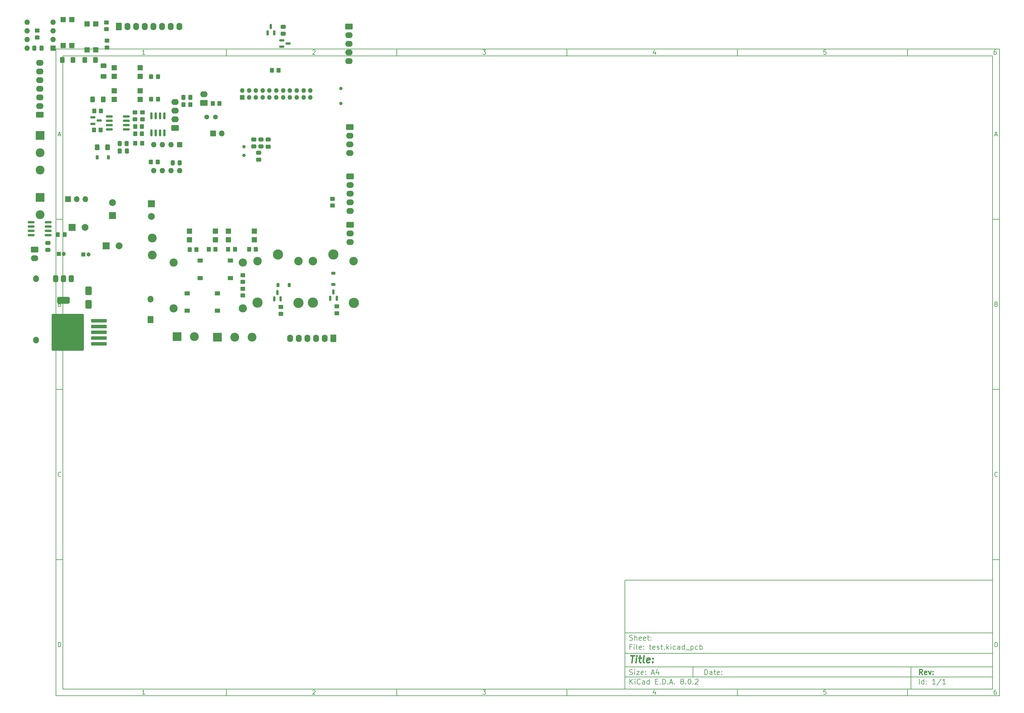
<source format=gbr>
%TF.GenerationSoftware,KiCad,Pcbnew,8.0.2-8.0.2-0~ubuntu22.04.1*%
%TF.CreationDate,2024-05-25T11:23:41+03:30*%
%TF.ProjectId,test,74657374-2e6b-4696-9361-645f70636258,rev?*%
%TF.SameCoordinates,Original*%
%TF.FileFunction,Soldermask,Bot*%
%TF.FilePolarity,Negative*%
%FSLAX46Y46*%
G04 Gerber Fmt 4.6, Leading zero omitted, Abs format (unit mm)*
G04 Created by KiCad (PCBNEW 8.0.2-8.0.2-0~ubuntu22.04.1) date 2024-05-25 11:23:41*
%MOMM*%
%LPD*%
G01*
G04 APERTURE LIST*
G04 Aperture macros list*
%AMRoundRect*
0 Rectangle with rounded corners*
0 $1 Rounding radius*
0 $2 $3 $4 $5 $6 $7 $8 $9 X,Y pos of 4 corners*
0 Add a 4 corners polygon primitive as box body*
4,1,4,$2,$3,$4,$5,$6,$7,$8,$9,$2,$3,0*
0 Add four circle primitives for the rounded corners*
1,1,$1+$1,$2,$3*
1,1,$1+$1,$4,$5*
1,1,$1+$1,$6,$7*
1,1,$1+$1,$8,$9*
0 Add four rect primitives between the rounded corners*
20,1,$1+$1,$2,$3,$4,$5,0*
20,1,$1+$1,$4,$5,$6,$7,0*
20,1,$1+$1,$6,$7,$8,$9,0*
20,1,$1+$1,$8,$9,$2,$3,0*%
G04 Aperture macros list end*
%ADD10C,0.100000*%
%ADD11C,0.150000*%
%ADD12C,0.300000*%
%ADD13C,0.400000*%
%ADD14C,3.000000*%
%ADD15C,2.500000*%
%ADD16R,2.000000X2.000000*%
%ADD17C,2.000000*%
%ADD18RoundRect,0.250000X0.845000X-0.620000X0.845000X0.620000X-0.845000X0.620000X-0.845000X-0.620000X0*%
%ADD19O,2.190000X1.740000*%
%ADD20R,1.700000X2.000000*%
%ADD21O,1.700000X2.000000*%
%ADD22RoundRect,0.250000X0.620000X0.845000X-0.620000X0.845000X-0.620000X-0.845000X0.620000X-0.845000X0*%
%ADD23O,1.740000X2.190000*%
%ADD24RoundRect,0.250000X-0.845000X0.620000X-0.845000X-0.620000X0.845000X-0.620000X0.845000X0.620000X0*%
%ADD25C,1.400000*%
%ADD26R,2.600000X2.600000*%
%ADD27C,2.600000*%
%ADD28C,2.400000*%
%ADD29O,2.400000X2.400000*%
%ADD30C,1.000000*%
%ADD31R,1.200000X1.200000*%
%ADD32C,1.200000*%
%ADD33R,1.600000X1.600000*%
%ADD34O,1.600000X1.600000*%
%ADD35R,1.700000X1.700000*%
%ADD36O,1.700000X1.700000*%
%ADD37RoundRect,0.250000X-0.620000X-0.845000X0.620000X-0.845000X0.620000X0.845000X-0.620000X0.845000X0*%
%ADD38R,1.350000X1.350000*%
%ADD39O,1.350000X1.350000*%
%ADD40RoundRect,0.375000X-0.375000X0.625000X-0.375000X-0.625000X0.375000X-0.625000X0.375000X0.625000X0*%
%ADD41RoundRect,0.500000X-1.400000X0.500000X-1.400000X-0.500000X1.400000X-0.500000X1.400000X0.500000X0*%
%ADD42RoundRect,0.250000X-0.450000X0.350000X-0.450000X-0.350000X0.450000X-0.350000X0.450000X0.350000X0*%
%ADD43RoundRect,0.150000X-0.587500X-0.150000X0.587500X-0.150000X0.587500X0.150000X-0.587500X0.150000X0*%
%ADD44RoundRect,0.250000X0.450000X-0.350000X0.450000X0.350000X-0.450000X0.350000X-0.450000X-0.350000X0*%
%ADD45R,1.500000X1.300000*%
%ADD46RoundRect,0.250000X-0.400000X-0.625000X0.400000X-0.625000X0.400000X0.625000X-0.400000X0.625000X0*%
%ADD47RoundRect,0.250000X0.350000X0.450000X-0.350000X0.450000X-0.350000X-0.450000X0.350000X-0.450000X0*%
%ADD48RoundRect,0.225000X-0.375000X0.225000X-0.375000X-0.225000X0.375000X-0.225000X0.375000X0.225000X0*%
%ADD49RoundRect,0.250000X0.337500X0.475000X-0.337500X0.475000X-0.337500X-0.475000X0.337500X-0.475000X0*%
%ADD50RoundRect,0.150000X0.150000X-0.587500X0.150000X0.587500X-0.150000X0.587500X-0.150000X-0.587500X0*%
%ADD51RoundRect,0.250000X0.475000X-0.337500X0.475000X0.337500X-0.475000X0.337500X-0.475000X-0.337500X0*%
%ADD52RoundRect,0.150000X-0.825000X-0.150000X0.825000X-0.150000X0.825000X0.150000X-0.825000X0.150000X0*%
%ADD53RoundRect,0.250000X-0.625000X0.400000X-0.625000X-0.400000X0.625000X-0.400000X0.625000X0.400000X0*%
%ADD54RoundRect,0.250000X2.050000X0.300000X-2.050000X0.300000X-2.050000X-0.300000X2.050000X-0.300000X0*%
%ADD55RoundRect,0.250002X4.449998X5.149998X-4.449998X5.149998X-4.449998X-5.149998X4.449998X-5.149998X0*%
%ADD56RoundRect,0.250000X-0.350000X-0.450000X0.350000X-0.450000X0.350000X0.450000X-0.350000X0.450000X0*%
%ADD57RoundRect,0.225000X0.225000X0.375000X-0.225000X0.375000X-0.225000X-0.375000X0.225000X-0.375000X0*%
%ADD58RoundRect,0.250000X0.400000X0.625000X-0.400000X0.625000X-0.400000X-0.625000X0.400000X-0.625000X0*%
%ADD59RoundRect,0.250000X-0.475000X0.337500X-0.475000X-0.337500X0.475000X-0.337500X0.475000X0.337500X0*%
%ADD60RoundRect,0.250000X-0.337500X-0.475000X0.337500X-0.475000X0.337500X0.475000X-0.337500X0.475000X0*%
%ADD61RoundRect,0.225000X-0.225000X-0.375000X0.225000X-0.375000X0.225000X0.375000X-0.225000X0.375000X0*%
%ADD62RoundRect,0.150000X-0.150000X0.825000X-0.150000X-0.825000X0.150000X-0.825000X0.150000X0.825000X0*%
%ADD63RoundRect,0.150000X0.825000X0.150000X-0.825000X0.150000X-0.825000X-0.150000X0.825000X-0.150000X0*%
%ADD64RoundRect,0.250000X0.650000X-1.000000X0.650000X1.000000X-0.650000X1.000000X-0.650000X-1.000000X0*%
G04 APERTURE END LIST*
D10*
D11*
X177002200Y-166007200D02*
X285002200Y-166007200D01*
X285002200Y-198007200D01*
X177002200Y-198007200D01*
X177002200Y-166007200D01*
D10*
D11*
X10000000Y-10000000D02*
X287002200Y-10000000D01*
X287002200Y-200007200D01*
X10000000Y-200007200D01*
X10000000Y-10000000D01*
D10*
D11*
X12000000Y-12000000D02*
X285002200Y-12000000D01*
X285002200Y-198007200D01*
X12000000Y-198007200D01*
X12000000Y-12000000D01*
D10*
D11*
X60000000Y-12000000D02*
X60000000Y-10000000D01*
D10*
D11*
X110000000Y-12000000D02*
X110000000Y-10000000D01*
D10*
D11*
X160000000Y-12000000D02*
X160000000Y-10000000D01*
D10*
D11*
X210000000Y-12000000D02*
X210000000Y-10000000D01*
D10*
D11*
X260000000Y-12000000D02*
X260000000Y-10000000D01*
D10*
D11*
X36089160Y-11593604D02*
X35346303Y-11593604D01*
X35717731Y-11593604D02*
X35717731Y-10293604D01*
X35717731Y-10293604D02*
X35593922Y-10479319D01*
X35593922Y-10479319D02*
X35470112Y-10603128D01*
X35470112Y-10603128D02*
X35346303Y-10665033D01*
D10*
D11*
X85346303Y-10417414D02*
X85408207Y-10355509D01*
X85408207Y-10355509D02*
X85532017Y-10293604D01*
X85532017Y-10293604D02*
X85841541Y-10293604D01*
X85841541Y-10293604D02*
X85965350Y-10355509D01*
X85965350Y-10355509D02*
X86027255Y-10417414D01*
X86027255Y-10417414D02*
X86089160Y-10541223D01*
X86089160Y-10541223D02*
X86089160Y-10665033D01*
X86089160Y-10665033D02*
X86027255Y-10850747D01*
X86027255Y-10850747D02*
X85284398Y-11593604D01*
X85284398Y-11593604D02*
X86089160Y-11593604D01*
D10*
D11*
X135284398Y-10293604D02*
X136089160Y-10293604D01*
X136089160Y-10293604D02*
X135655826Y-10788842D01*
X135655826Y-10788842D02*
X135841541Y-10788842D01*
X135841541Y-10788842D02*
X135965350Y-10850747D01*
X135965350Y-10850747D02*
X136027255Y-10912652D01*
X136027255Y-10912652D02*
X136089160Y-11036461D01*
X136089160Y-11036461D02*
X136089160Y-11345985D01*
X136089160Y-11345985D02*
X136027255Y-11469795D01*
X136027255Y-11469795D02*
X135965350Y-11531700D01*
X135965350Y-11531700D02*
X135841541Y-11593604D01*
X135841541Y-11593604D02*
X135470112Y-11593604D01*
X135470112Y-11593604D02*
X135346303Y-11531700D01*
X135346303Y-11531700D02*
X135284398Y-11469795D01*
D10*
D11*
X185965350Y-10726938D02*
X185965350Y-11593604D01*
X185655826Y-10231700D02*
X185346303Y-11160271D01*
X185346303Y-11160271D02*
X186151064Y-11160271D01*
D10*
D11*
X236027255Y-10293604D02*
X235408207Y-10293604D01*
X235408207Y-10293604D02*
X235346303Y-10912652D01*
X235346303Y-10912652D02*
X235408207Y-10850747D01*
X235408207Y-10850747D02*
X235532017Y-10788842D01*
X235532017Y-10788842D02*
X235841541Y-10788842D01*
X235841541Y-10788842D02*
X235965350Y-10850747D01*
X235965350Y-10850747D02*
X236027255Y-10912652D01*
X236027255Y-10912652D02*
X236089160Y-11036461D01*
X236089160Y-11036461D02*
X236089160Y-11345985D01*
X236089160Y-11345985D02*
X236027255Y-11469795D01*
X236027255Y-11469795D02*
X235965350Y-11531700D01*
X235965350Y-11531700D02*
X235841541Y-11593604D01*
X235841541Y-11593604D02*
X235532017Y-11593604D01*
X235532017Y-11593604D02*
X235408207Y-11531700D01*
X235408207Y-11531700D02*
X235346303Y-11469795D01*
D10*
D11*
X285965350Y-10293604D02*
X285717731Y-10293604D01*
X285717731Y-10293604D02*
X285593922Y-10355509D01*
X285593922Y-10355509D02*
X285532017Y-10417414D01*
X285532017Y-10417414D02*
X285408207Y-10603128D01*
X285408207Y-10603128D02*
X285346303Y-10850747D01*
X285346303Y-10850747D02*
X285346303Y-11345985D01*
X285346303Y-11345985D02*
X285408207Y-11469795D01*
X285408207Y-11469795D02*
X285470112Y-11531700D01*
X285470112Y-11531700D02*
X285593922Y-11593604D01*
X285593922Y-11593604D02*
X285841541Y-11593604D01*
X285841541Y-11593604D02*
X285965350Y-11531700D01*
X285965350Y-11531700D02*
X286027255Y-11469795D01*
X286027255Y-11469795D02*
X286089160Y-11345985D01*
X286089160Y-11345985D02*
X286089160Y-11036461D01*
X286089160Y-11036461D02*
X286027255Y-10912652D01*
X286027255Y-10912652D02*
X285965350Y-10850747D01*
X285965350Y-10850747D02*
X285841541Y-10788842D01*
X285841541Y-10788842D02*
X285593922Y-10788842D01*
X285593922Y-10788842D02*
X285470112Y-10850747D01*
X285470112Y-10850747D02*
X285408207Y-10912652D01*
X285408207Y-10912652D02*
X285346303Y-11036461D01*
D10*
D11*
X60000000Y-198007200D02*
X60000000Y-200007200D01*
D10*
D11*
X110000000Y-198007200D02*
X110000000Y-200007200D01*
D10*
D11*
X160000000Y-198007200D02*
X160000000Y-200007200D01*
D10*
D11*
X210000000Y-198007200D02*
X210000000Y-200007200D01*
D10*
D11*
X260000000Y-198007200D02*
X260000000Y-200007200D01*
D10*
D11*
X36089160Y-199600804D02*
X35346303Y-199600804D01*
X35717731Y-199600804D02*
X35717731Y-198300804D01*
X35717731Y-198300804D02*
X35593922Y-198486519D01*
X35593922Y-198486519D02*
X35470112Y-198610328D01*
X35470112Y-198610328D02*
X35346303Y-198672233D01*
D10*
D11*
X85346303Y-198424614D02*
X85408207Y-198362709D01*
X85408207Y-198362709D02*
X85532017Y-198300804D01*
X85532017Y-198300804D02*
X85841541Y-198300804D01*
X85841541Y-198300804D02*
X85965350Y-198362709D01*
X85965350Y-198362709D02*
X86027255Y-198424614D01*
X86027255Y-198424614D02*
X86089160Y-198548423D01*
X86089160Y-198548423D02*
X86089160Y-198672233D01*
X86089160Y-198672233D02*
X86027255Y-198857947D01*
X86027255Y-198857947D02*
X85284398Y-199600804D01*
X85284398Y-199600804D02*
X86089160Y-199600804D01*
D10*
D11*
X135284398Y-198300804D02*
X136089160Y-198300804D01*
X136089160Y-198300804D02*
X135655826Y-198796042D01*
X135655826Y-198796042D02*
X135841541Y-198796042D01*
X135841541Y-198796042D02*
X135965350Y-198857947D01*
X135965350Y-198857947D02*
X136027255Y-198919852D01*
X136027255Y-198919852D02*
X136089160Y-199043661D01*
X136089160Y-199043661D02*
X136089160Y-199353185D01*
X136089160Y-199353185D02*
X136027255Y-199476995D01*
X136027255Y-199476995D02*
X135965350Y-199538900D01*
X135965350Y-199538900D02*
X135841541Y-199600804D01*
X135841541Y-199600804D02*
X135470112Y-199600804D01*
X135470112Y-199600804D02*
X135346303Y-199538900D01*
X135346303Y-199538900D02*
X135284398Y-199476995D01*
D10*
D11*
X185965350Y-198734138D02*
X185965350Y-199600804D01*
X185655826Y-198238900D02*
X185346303Y-199167471D01*
X185346303Y-199167471D02*
X186151064Y-199167471D01*
D10*
D11*
X236027255Y-198300804D02*
X235408207Y-198300804D01*
X235408207Y-198300804D02*
X235346303Y-198919852D01*
X235346303Y-198919852D02*
X235408207Y-198857947D01*
X235408207Y-198857947D02*
X235532017Y-198796042D01*
X235532017Y-198796042D02*
X235841541Y-198796042D01*
X235841541Y-198796042D02*
X235965350Y-198857947D01*
X235965350Y-198857947D02*
X236027255Y-198919852D01*
X236027255Y-198919852D02*
X236089160Y-199043661D01*
X236089160Y-199043661D02*
X236089160Y-199353185D01*
X236089160Y-199353185D02*
X236027255Y-199476995D01*
X236027255Y-199476995D02*
X235965350Y-199538900D01*
X235965350Y-199538900D02*
X235841541Y-199600804D01*
X235841541Y-199600804D02*
X235532017Y-199600804D01*
X235532017Y-199600804D02*
X235408207Y-199538900D01*
X235408207Y-199538900D02*
X235346303Y-199476995D01*
D10*
D11*
X285965350Y-198300804D02*
X285717731Y-198300804D01*
X285717731Y-198300804D02*
X285593922Y-198362709D01*
X285593922Y-198362709D02*
X285532017Y-198424614D01*
X285532017Y-198424614D02*
X285408207Y-198610328D01*
X285408207Y-198610328D02*
X285346303Y-198857947D01*
X285346303Y-198857947D02*
X285346303Y-199353185D01*
X285346303Y-199353185D02*
X285408207Y-199476995D01*
X285408207Y-199476995D02*
X285470112Y-199538900D01*
X285470112Y-199538900D02*
X285593922Y-199600804D01*
X285593922Y-199600804D02*
X285841541Y-199600804D01*
X285841541Y-199600804D02*
X285965350Y-199538900D01*
X285965350Y-199538900D02*
X286027255Y-199476995D01*
X286027255Y-199476995D02*
X286089160Y-199353185D01*
X286089160Y-199353185D02*
X286089160Y-199043661D01*
X286089160Y-199043661D02*
X286027255Y-198919852D01*
X286027255Y-198919852D02*
X285965350Y-198857947D01*
X285965350Y-198857947D02*
X285841541Y-198796042D01*
X285841541Y-198796042D02*
X285593922Y-198796042D01*
X285593922Y-198796042D02*
X285470112Y-198857947D01*
X285470112Y-198857947D02*
X285408207Y-198919852D01*
X285408207Y-198919852D02*
X285346303Y-199043661D01*
D10*
D11*
X10000000Y-60000000D02*
X12000000Y-60000000D01*
D10*
D11*
X10000000Y-110000000D02*
X12000000Y-110000000D01*
D10*
D11*
X10000000Y-160000000D02*
X12000000Y-160000000D01*
D10*
D11*
X10690476Y-35222176D02*
X11309523Y-35222176D01*
X10566666Y-35593604D02*
X10999999Y-34293604D01*
X10999999Y-34293604D02*
X11433333Y-35593604D01*
D10*
D11*
X11092857Y-84912652D02*
X11278571Y-84974557D01*
X11278571Y-84974557D02*
X11340476Y-85036461D01*
X11340476Y-85036461D02*
X11402380Y-85160271D01*
X11402380Y-85160271D02*
X11402380Y-85345985D01*
X11402380Y-85345985D02*
X11340476Y-85469795D01*
X11340476Y-85469795D02*
X11278571Y-85531700D01*
X11278571Y-85531700D02*
X11154761Y-85593604D01*
X11154761Y-85593604D02*
X10659523Y-85593604D01*
X10659523Y-85593604D02*
X10659523Y-84293604D01*
X10659523Y-84293604D02*
X11092857Y-84293604D01*
X11092857Y-84293604D02*
X11216666Y-84355509D01*
X11216666Y-84355509D02*
X11278571Y-84417414D01*
X11278571Y-84417414D02*
X11340476Y-84541223D01*
X11340476Y-84541223D02*
X11340476Y-84665033D01*
X11340476Y-84665033D02*
X11278571Y-84788842D01*
X11278571Y-84788842D02*
X11216666Y-84850747D01*
X11216666Y-84850747D02*
X11092857Y-84912652D01*
X11092857Y-84912652D02*
X10659523Y-84912652D01*
D10*
D11*
X11402380Y-135469795D02*
X11340476Y-135531700D01*
X11340476Y-135531700D02*
X11154761Y-135593604D01*
X11154761Y-135593604D02*
X11030952Y-135593604D01*
X11030952Y-135593604D02*
X10845238Y-135531700D01*
X10845238Y-135531700D02*
X10721428Y-135407890D01*
X10721428Y-135407890D02*
X10659523Y-135284080D01*
X10659523Y-135284080D02*
X10597619Y-135036461D01*
X10597619Y-135036461D02*
X10597619Y-134850747D01*
X10597619Y-134850747D02*
X10659523Y-134603128D01*
X10659523Y-134603128D02*
X10721428Y-134479319D01*
X10721428Y-134479319D02*
X10845238Y-134355509D01*
X10845238Y-134355509D02*
X11030952Y-134293604D01*
X11030952Y-134293604D02*
X11154761Y-134293604D01*
X11154761Y-134293604D02*
X11340476Y-134355509D01*
X11340476Y-134355509D02*
X11402380Y-134417414D01*
D10*
D11*
X10659523Y-185593604D02*
X10659523Y-184293604D01*
X10659523Y-184293604D02*
X10969047Y-184293604D01*
X10969047Y-184293604D02*
X11154761Y-184355509D01*
X11154761Y-184355509D02*
X11278571Y-184479319D01*
X11278571Y-184479319D02*
X11340476Y-184603128D01*
X11340476Y-184603128D02*
X11402380Y-184850747D01*
X11402380Y-184850747D02*
X11402380Y-185036461D01*
X11402380Y-185036461D02*
X11340476Y-185284080D01*
X11340476Y-185284080D02*
X11278571Y-185407890D01*
X11278571Y-185407890D02*
X11154761Y-185531700D01*
X11154761Y-185531700D02*
X10969047Y-185593604D01*
X10969047Y-185593604D02*
X10659523Y-185593604D01*
D10*
D11*
X287002200Y-60000000D02*
X285002200Y-60000000D01*
D10*
D11*
X287002200Y-110000000D02*
X285002200Y-110000000D01*
D10*
D11*
X287002200Y-160000000D02*
X285002200Y-160000000D01*
D10*
D11*
X285692676Y-35222176D02*
X286311723Y-35222176D01*
X285568866Y-35593604D02*
X286002199Y-34293604D01*
X286002199Y-34293604D02*
X286435533Y-35593604D01*
D10*
D11*
X286095057Y-84912652D02*
X286280771Y-84974557D01*
X286280771Y-84974557D02*
X286342676Y-85036461D01*
X286342676Y-85036461D02*
X286404580Y-85160271D01*
X286404580Y-85160271D02*
X286404580Y-85345985D01*
X286404580Y-85345985D02*
X286342676Y-85469795D01*
X286342676Y-85469795D02*
X286280771Y-85531700D01*
X286280771Y-85531700D02*
X286156961Y-85593604D01*
X286156961Y-85593604D02*
X285661723Y-85593604D01*
X285661723Y-85593604D02*
X285661723Y-84293604D01*
X285661723Y-84293604D02*
X286095057Y-84293604D01*
X286095057Y-84293604D02*
X286218866Y-84355509D01*
X286218866Y-84355509D02*
X286280771Y-84417414D01*
X286280771Y-84417414D02*
X286342676Y-84541223D01*
X286342676Y-84541223D02*
X286342676Y-84665033D01*
X286342676Y-84665033D02*
X286280771Y-84788842D01*
X286280771Y-84788842D02*
X286218866Y-84850747D01*
X286218866Y-84850747D02*
X286095057Y-84912652D01*
X286095057Y-84912652D02*
X285661723Y-84912652D01*
D10*
D11*
X286404580Y-135469795D02*
X286342676Y-135531700D01*
X286342676Y-135531700D02*
X286156961Y-135593604D01*
X286156961Y-135593604D02*
X286033152Y-135593604D01*
X286033152Y-135593604D02*
X285847438Y-135531700D01*
X285847438Y-135531700D02*
X285723628Y-135407890D01*
X285723628Y-135407890D02*
X285661723Y-135284080D01*
X285661723Y-135284080D02*
X285599819Y-135036461D01*
X285599819Y-135036461D02*
X285599819Y-134850747D01*
X285599819Y-134850747D02*
X285661723Y-134603128D01*
X285661723Y-134603128D02*
X285723628Y-134479319D01*
X285723628Y-134479319D02*
X285847438Y-134355509D01*
X285847438Y-134355509D02*
X286033152Y-134293604D01*
X286033152Y-134293604D02*
X286156961Y-134293604D01*
X286156961Y-134293604D02*
X286342676Y-134355509D01*
X286342676Y-134355509D02*
X286404580Y-134417414D01*
D10*
D11*
X285661723Y-185593604D02*
X285661723Y-184293604D01*
X285661723Y-184293604D02*
X285971247Y-184293604D01*
X285971247Y-184293604D02*
X286156961Y-184355509D01*
X286156961Y-184355509D02*
X286280771Y-184479319D01*
X286280771Y-184479319D02*
X286342676Y-184603128D01*
X286342676Y-184603128D02*
X286404580Y-184850747D01*
X286404580Y-184850747D02*
X286404580Y-185036461D01*
X286404580Y-185036461D02*
X286342676Y-185284080D01*
X286342676Y-185284080D02*
X286280771Y-185407890D01*
X286280771Y-185407890D02*
X286156961Y-185531700D01*
X286156961Y-185531700D02*
X285971247Y-185593604D01*
X285971247Y-185593604D02*
X285661723Y-185593604D01*
D10*
D11*
X200458026Y-193793328D02*
X200458026Y-192293328D01*
X200458026Y-192293328D02*
X200815169Y-192293328D01*
X200815169Y-192293328D02*
X201029455Y-192364757D01*
X201029455Y-192364757D02*
X201172312Y-192507614D01*
X201172312Y-192507614D02*
X201243741Y-192650471D01*
X201243741Y-192650471D02*
X201315169Y-192936185D01*
X201315169Y-192936185D02*
X201315169Y-193150471D01*
X201315169Y-193150471D02*
X201243741Y-193436185D01*
X201243741Y-193436185D02*
X201172312Y-193579042D01*
X201172312Y-193579042D02*
X201029455Y-193721900D01*
X201029455Y-193721900D02*
X200815169Y-193793328D01*
X200815169Y-193793328D02*
X200458026Y-193793328D01*
X202600884Y-193793328D02*
X202600884Y-193007614D01*
X202600884Y-193007614D02*
X202529455Y-192864757D01*
X202529455Y-192864757D02*
X202386598Y-192793328D01*
X202386598Y-192793328D02*
X202100884Y-192793328D01*
X202100884Y-192793328D02*
X201958026Y-192864757D01*
X202600884Y-193721900D02*
X202458026Y-193793328D01*
X202458026Y-193793328D02*
X202100884Y-193793328D01*
X202100884Y-193793328D02*
X201958026Y-193721900D01*
X201958026Y-193721900D02*
X201886598Y-193579042D01*
X201886598Y-193579042D02*
X201886598Y-193436185D01*
X201886598Y-193436185D02*
X201958026Y-193293328D01*
X201958026Y-193293328D02*
X202100884Y-193221900D01*
X202100884Y-193221900D02*
X202458026Y-193221900D01*
X202458026Y-193221900D02*
X202600884Y-193150471D01*
X203100884Y-192793328D02*
X203672312Y-192793328D01*
X203315169Y-192293328D02*
X203315169Y-193579042D01*
X203315169Y-193579042D02*
X203386598Y-193721900D01*
X203386598Y-193721900D02*
X203529455Y-193793328D01*
X203529455Y-193793328D02*
X203672312Y-193793328D01*
X204743741Y-193721900D02*
X204600884Y-193793328D01*
X204600884Y-193793328D02*
X204315170Y-193793328D01*
X204315170Y-193793328D02*
X204172312Y-193721900D01*
X204172312Y-193721900D02*
X204100884Y-193579042D01*
X204100884Y-193579042D02*
X204100884Y-193007614D01*
X204100884Y-193007614D02*
X204172312Y-192864757D01*
X204172312Y-192864757D02*
X204315170Y-192793328D01*
X204315170Y-192793328D02*
X204600884Y-192793328D01*
X204600884Y-192793328D02*
X204743741Y-192864757D01*
X204743741Y-192864757D02*
X204815170Y-193007614D01*
X204815170Y-193007614D02*
X204815170Y-193150471D01*
X204815170Y-193150471D02*
X204100884Y-193293328D01*
X205458026Y-193650471D02*
X205529455Y-193721900D01*
X205529455Y-193721900D02*
X205458026Y-193793328D01*
X205458026Y-193793328D02*
X205386598Y-193721900D01*
X205386598Y-193721900D02*
X205458026Y-193650471D01*
X205458026Y-193650471D02*
X205458026Y-193793328D01*
X205458026Y-192864757D02*
X205529455Y-192936185D01*
X205529455Y-192936185D02*
X205458026Y-193007614D01*
X205458026Y-193007614D02*
X205386598Y-192936185D01*
X205386598Y-192936185D02*
X205458026Y-192864757D01*
X205458026Y-192864757D02*
X205458026Y-193007614D01*
D10*
D11*
X177002200Y-194507200D02*
X285002200Y-194507200D01*
D10*
D11*
X178458026Y-196593328D02*
X178458026Y-195093328D01*
X179315169Y-196593328D02*
X178672312Y-195736185D01*
X179315169Y-195093328D02*
X178458026Y-195950471D01*
X179958026Y-196593328D02*
X179958026Y-195593328D01*
X179958026Y-195093328D02*
X179886598Y-195164757D01*
X179886598Y-195164757D02*
X179958026Y-195236185D01*
X179958026Y-195236185D02*
X180029455Y-195164757D01*
X180029455Y-195164757D02*
X179958026Y-195093328D01*
X179958026Y-195093328D02*
X179958026Y-195236185D01*
X181529455Y-196450471D02*
X181458027Y-196521900D01*
X181458027Y-196521900D02*
X181243741Y-196593328D01*
X181243741Y-196593328D02*
X181100884Y-196593328D01*
X181100884Y-196593328D02*
X180886598Y-196521900D01*
X180886598Y-196521900D02*
X180743741Y-196379042D01*
X180743741Y-196379042D02*
X180672312Y-196236185D01*
X180672312Y-196236185D02*
X180600884Y-195950471D01*
X180600884Y-195950471D02*
X180600884Y-195736185D01*
X180600884Y-195736185D02*
X180672312Y-195450471D01*
X180672312Y-195450471D02*
X180743741Y-195307614D01*
X180743741Y-195307614D02*
X180886598Y-195164757D01*
X180886598Y-195164757D02*
X181100884Y-195093328D01*
X181100884Y-195093328D02*
X181243741Y-195093328D01*
X181243741Y-195093328D02*
X181458027Y-195164757D01*
X181458027Y-195164757D02*
X181529455Y-195236185D01*
X182815170Y-196593328D02*
X182815170Y-195807614D01*
X182815170Y-195807614D02*
X182743741Y-195664757D01*
X182743741Y-195664757D02*
X182600884Y-195593328D01*
X182600884Y-195593328D02*
X182315170Y-195593328D01*
X182315170Y-195593328D02*
X182172312Y-195664757D01*
X182815170Y-196521900D02*
X182672312Y-196593328D01*
X182672312Y-196593328D02*
X182315170Y-196593328D01*
X182315170Y-196593328D02*
X182172312Y-196521900D01*
X182172312Y-196521900D02*
X182100884Y-196379042D01*
X182100884Y-196379042D02*
X182100884Y-196236185D01*
X182100884Y-196236185D02*
X182172312Y-196093328D01*
X182172312Y-196093328D02*
X182315170Y-196021900D01*
X182315170Y-196021900D02*
X182672312Y-196021900D01*
X182672312Y-196021900D02*
X182815170Y-195950471D01*
X184172313Y-196593328D02*
X184172313Y-195093328D01*
X184172313Y-196521900D02*
X184029455Y-196593328D01*
X184029455Y-196593328D02*
X183743741Y-196593328D01*
X183743741Y-196593328D02*
X183600884Y-196521900D01*
X183600884Y-196521900D02*
X183529455Y-196450471D01*
X183529455Y-196450471D02*
X183458027Y-196307614D01*
X183458027Y-196307614D02*
X183458027Y-195879042D01*
X183458027Y-195879042D02*
X183529455Y-195736185D01*
X183529455Y-195736185D02*
X183600884Y-195664757D01*
X183600884Y-195664757D02*
X183743741Y-195593328D01*
X183743741Y-195593328D02*
X184029455Y-195593328D01*
X184029455Y-195593328D02*
X184172313Y-195664757D01*
X186029455Y-195807614D02*
X186529455Y-195807614D01*
X186743741Y-196593328D02*
X186029455Y-196593328D01*
X186029455Y-196593328D02*
X186029455Y-195093328D01*
X186029455Y-195093328D02*
X186743741Y-195093328D01*
X187386598Y-196450471D02*
X187458027Y-196521900D01*
X187458027Y-196521900D02*
X187386598Y-196593328D01*
X187386598Y-196593328D02*
X187315170Y-196521900D01*
X187315170Y-196521900D02*
X187386598Y-196450471D01*
X187386598Y-196450471D02*
X187386598Y-196593328D01*
X188100884Y-196593328D02*
X188100884Y-195093328D01*
X188100884Y-195093328D02*
X188458027Y-195093328D01*
X188458027Y-195093328D02*
X188672313Y-195164757D01*
X188672313Y-195164757D02*
X188815170Y-195307614D01*
X188815170Y-195307614D02*
X188886599Y-195450471D01*
X188886599Y-195450471D02*
X188958027Y-195736185D01*
X188958027Y-195736185D02*
X188958027Y-195950471D01*
X188958027Y-195950471D02*
X188886599Y-196236185D01*
X188886599Y-196236185D02*
X188815170Y-196379042D01*
X188815170Y-196379042D02*
X188672313Y-196521900D01*
X188672313Y-196521900D02*
X188458027Y-196593328D01*
X188458027Y-196593328D02*
X188100884Y-196593328D01*
X189600884Y-196450471D02*
X189672313Y-196521900D01*
X189672313Y-196521900D02*
X189600884Y-196593328D01*
X189600884Y-196593328D02*
X189529456Y-196521900D01*
X189529456Y-196521900D02*
X189600884Y-196450471D01*
X189600884Y-196450471D02*
X189600884Y-196593328D01*
X190243742Y-196164757D02*
X190958028Y-196164757D01*
X190100885Y-196593328D02*
X190600885Y-195093328D01*
X190600885Y-195093328D02*
X191100885Y-196593328D01*
X191600884Y-196450471D02*
X191672313Y-196521900D01*
X191672313Y-196521900D02*
X191600884Y-196593328D01*
X191600884Y-196593328D02*
X191529456Y-196521900D01*
X191529456Y-196521900D02*
X191600884Y-196450471D01*
X191600884Y-196450471D02*
X191600884Y-196593328D01*
X193672313Y-195736185D02*
X193529456Y-195664757D01*
X193529456Y-195664757D02*
X193458027Y-195593328D01*
X193458027Y-195593328D02*
X193386599Y-195450471D01*
X193386599Y-195450471D02*
X193386599Y-195379042D01*
X193386599Y-195379042D02*
X193458027Y-195236185D01*
X193458027Y-195236185D02*
X193529456Y-195164757D01*
X193529456Y-195164757D02*
X193672313Y-195093328D01*
X193672313Y-195093328D02*
X193958027Y-195093328D01*
X193958027Y-195093328D02*
X194100885Y-195164757D01*
X194100885Y-195164757D02*
X194172313Y-195236185D01*
X194172313Y-195236185D02*
X194243742Y-195379042D01*
X194243742Y-195379042D02*
X194243742Y-195450471D01*
X194243742Y-195450471D02*
X194172313Y-195593328D01*
X194172313Y-195593328D02*
X194100885Y-195664757D01*
X194100885Y-195664757D02*
X193958027Y-195736185D01*
X193958027Y-195736185D02*
X193672313Y-195736185D01*
X193672313Y-195736185D02*
X193529456Y-195807614D01*
X193529456Y-195807614D02*
X193458027Y-195879042D01*
X193458027Y-195879042D02*
X193386599Y-196021900D01*
X193386599Y-196021900D02*
X193386599Y-196307614D01*
X193386599Y-196307614D02*
X193458027Y-196450471D01*
X193458027Y-196450471D02*
X193529456Y-196521900D01*
X193529456Y-196521900D02*
X193672313Y-196593328D01*
X193672313Y-196593328D02*
X193958027Y-196593328D01*
X193958027Y-196593328D02*
X194100885Y-196521900D01*
X194100885Y-196521900D02*
X194172313Y-196450471D01*
X194172313Y-196450471D02*
X194243742Y-196307614D01*
X194243742Y-196307614D02*
X194243742Y-196021900D01*
X194243742Y-196021900D02*
X194172313Y-195879042D01*
X194172313Y-195879042D02*
X194100885Y-195807614D01*
X194100885Y-195807614D02*
X193958027Y-195736185D01*
X194886598Y-196450471D02*
X194958027Y-196521900D01*
X194958027Y-196521900D02*
X194886598Y-196593328D01*
X194886598Y-196593328D02*
X194815170Y-196521900D01*
X194815170Y-196521900D02*
X194886598Y-196450471D01*
X194886598Y-196450471D02*
X194886598Y-196593328D01*
X195886599Y-195093328D02*
X196029456Y-195093328D01*
X196029456Y-195093328D02*
X196172313Y-195164757D01*
X196172313Y-195164757D02*
X196243742Y-195236185D01*
X196243742Y-195236185D02*
X196315170Y-195379042D01*
X196315170Y-195379042D02*
X196386599Y-195664757D01*
X196386599Y-195664757D02*
X196386599Y-196021900D01*
X196386599Y-196021900D02*
X196315170Y-196307614D01*
X196315170Y-196307614D02*
X196243742Y-196450471D01*
X196243742Y-196450471D02*
X196172313Y-196521900D01*
X196172313Y-196521900D02*
X196029456Y-196593328D01*
X196029456Y-196593328D02*
X195886599Y-196593328D01*
X195886599Y-196593328D02*
X195743742Y-196521900D01*
X195743742Y-196521900D02*
X195672313Y-196450471D01*
X195672313Y-196450471D02*
X195600884Y-196307614D01*
X195600884Y-196307614D02*
X195529456Y-196021900D01*
X195529456Y-196021900D02*
X195529456Y-195664757D01*
X195529456Y-195664757D02*
X195600884Y-195379042D01*
X195600884Y-195379042D02*
X195672313Y-195236185D01*
X195672313Y-195236185D02*
X195743742Y-195164757D01*
X195743742Y-195164757D02*
X195886599Y-195093328D01*
X197029455Y-196450471D02*
X197100884Y-196521900D01*
X197100884Y-196521900D02*
X197029455Y-196593328D01*
X197029455Y-196593328D02*
X196958027Y-196521900D01*
X196958027Y-196521900D02*
X197029455Y-196450471D01*
X197029455Y-196450471D02*
X197029455Y-196593328D01*
X197672313Y-195236185D02*
X197743741Y-195164757D01*
X197743741Y-195164757D02*
X197886599Y-195093328D01*
X197886599Y-195093328D02*
X198243741Y-195093328D01*
X198243741Y-195093328D02*
X198386599Y-195164757D01*
X198386599Y-195164757D02*
X198458027Y-195236185D01*
X198458027Y-195236185D02*
X198529456Y-195379042D01*
X198529456Y-195379042D02*
X198529456Y-195521900D01*
X198529456Y-195521900D02*
X198458027Y-195736185D01*
X198458027Y-195736185D02*
X197600884Y-196593328D01*
X197600884Y-196593328D02*
X198529456Y-196593328D01*
D10*
D11*
X177002200Y-191507200D02*
X285002200Y-191507200D01*
D10*
D12*
X264413853Y-193785528D02*
X263913853Y-193071242D01*
X263556710Y-193785528D02*
X263556710Y-192285528D01*
X263556710Y-192285528D02*
X264128139Y-192285528D01*
X264128139Y-192285528D02*
X264270996Y-192356957D01*
X264270996Y-192356957D02*
X264342425Y-192428385D01*
X264342425Y-192428385D02*
X264413853Y-192571242D01*
X264413853Y-192571242D02*
X264413853Y-192785528D01*
X264413853Y-192785528D02*
X264342425Y-192928385D01*
X264342425Y-192928385D02*
X264270996Y-192999814D01*
X264270996Y-192999814D02*
X264128139Y-193071242D01*
X264128139Y-193071242D02*
X263556710Y-193071242D01*
X265628139Y-193714100D02*
X265485282Y-193785528D01*
X265485282Y-193785528D02*
X265199568Y-193785528D01*
X265199568Y-193785528D02*
X265056710Y-193714100D01*
X265056710Y-193714100D02*
X264985282Y-193571242D01*
X264985282Y-193571242D02*
X264985282Y-192999814D01*
X264985282Y-192999814D02*
X265056710Y-192856957D01*
X265056710Y-192856957D02*
X265199568Y-192785528D01*
X265199568Y-192785528D02*
X265485282Y-192785528D01*
X265485282Y-192785528D02*
X265628139Y-192856957D01*
X265628139Y-192856957D02*
X265699568Y-192999814D01*
X265699568Y-192999814D02*
X265699568Y-193142671D01*
X265699568Y-193142671D02*
X264985282Y-193285528D01*
X266199567Y-192785528D02*
X266556710Y-193785528D01*
X266556710Y-193785528D02*
X266913853Y-192785528D01*
X267485281Y-193642671D02*
X267556710Y-193714100D01*
X267556710Y-193714100D02*
X267485281Y-193785528D01*
X267485281Y-193785528D02*
X267413853Y-193714100D01*
X267413853Y-193714100D02*
X267485281Y-193642671D01*
X267485281Y-193642671D02*
X267485281Y-193785528D01*
X267485281Y-192856957D02*
X267556710Y-192928385D01*
X267556710Y-192928385D02*
X267485281Y-192999814D01*
X267485281Y-192999814D02*
X267413853Y-192928385D01*
X267413853Y-192928385D02*
X267485281Y-192856957D01*
X267485281Y-192856957D02*
X267485281Y-192999814D01*
D10*
D11*
X178386598Y-193721900D02*
X178600884Y-193793328D01*
X178600884Y-193793328D02*
X178958026Y-193793328D01*
X178958026Y-193793328D02*
X179100884Y-193721900D01*
X179100884Y-193721900D02*
X179172312Y-193650471D01*
X179172312Y-193650471D02*
X179243741Y-193507614D01*
X179243741Y-193507614D02*
X179243741Y-193364757D01*
X179243741Y-193364757D02*
X179172312Y-193221900D01*
X179172312Y-193221900D02*
X179100884Y-193150471D01*
X179100884Y-193150471D02*
X178958026Y-193079042D01*
X178958026Y-193079042D02*
X178672312Y-193007614D01*
X178672312Y-193007614D02*
X178529455Y-192936185D01*
X178529455Y-192936185D02*
X178458026Y-192864757D01*
X178458026Y-192864757D02*
X178386598Y-192721900D01*
X178386598Y-192721900D02*
X178386598Y-192579042D01*
X178386598Y-192579042D02*
X178458026Y-192436185D01*
X178458026Y-192436185D02*
X178529455Y-192364757D01*
X178529455Y-192364757D02*
X178672312Y-192293328D01*
X178672312Y-192293328D02*
X179029455Y-192293328D01*
X179029455Y-192293328D02*
X179243741Y-192364757D01*
X179886597Y-193793328D02*
X179886597Y-192793328D01*
X179886597Y-192293328D02*
X179815169Y-192364757D01*
X179815169Y-192364757D02*
X179886597Y-192436185D01*
X179886597Y-192436185D02*
X179958026Y-192364757D01*
X179958026Y-192364757D02*
X179886597Y-192293328D01*
X179886597Y-192293328D02*
X179886597Y-192436185D01*
X180458026Y-192793328D02*
X181243741Y-192793328D01*
X181243741Y-192793328D02*
X180458026Y-193793328D01*
X180458026Y-193793328D02*
X181243741Y-193793328D01*
X182386598Y-193721900D02*
X182243741Y-193793328D01*
X182243741Y-193793328D02*
X181958027Y-193793328D01*
X181958027Y-193793328D02*
X181815169Y-193721900D01*
X181815169Y-193721900D02*
X181743741Y-193579042D01*
X181743741Y-193579042D02*
X181743741Y-193007614D01*
X181743741Y-193007614D02*
X181815169Y-192864757D01*
X181815169Y-192864757D02*
X181958027Y-192793328D01*
X181958027Y-192793328D02*
X182243741Y-192793328D01*
X182243741Y-192793328D02*
X182386598Y-192864757D01*
X182386598Y-192864757D02*
X182458027Y-193007614D01*
X182458027Y-193007614D02*
X182458027Y-193150471D01*
X182458027Y-193150471D02*
X181743741Y-193293328D01*
X183100883Y-193650471D02*
X183172312Y-193721900D01*
X183172312Y-193721900D02*
X183100883Y-193793328D01*
X183100883Y-193793328D02*
X183029455Y-193721900D01*
X183029455Y-193721900D02*
X183100883Y-193650471D01*
X183100883Y-193650471D02*
X183100883Y-193793328D01*
X183100883Y-192864757D02*
X183172312Y-192936185D01*
X183172312Y-192936185D02*
X183100883Y-193007614D01*
X183100883Y-193007614D02*
X183029455Y-192936185D01*
X183029455Y-192936185D02*
X183100883Y-192864757D01*
X183100883Y-192864757D02*
X183100883Y-193007614D01*
X184886598Y-193364757D02*
X185600884Y-193364757D01*
X184743741Y-193793328D02*
X185243741Y-192293328D01*
X185243741Y-192293328D02*
X185743741Y-193793328D01*
X186886598Y-192793328D02*
X186886598Y-193793328D01*
X186529455Y-192221900D02*
X186172312Y-193293328D01*
X186172312Y-193293328D02*
X187100883Y-193293328D01*
D10*
D11*
X263458026Y-196593328D02*
X263458026Y-195093328D01*
X264815170Y-196593328D02*
X264815170Y-195093328D01*
X264815170Y-196521900D02*
X264672312Y-196593328D01*
X264672312Y-196593328D02*
X264386598Y-196593328D01*
X264386598Y-196593328D02*
X264243741Y-196521900D01*
X264243741Y-196521900D02*
X264172312Y-196450471D01*
X264172312Y-196450471D02*
X264100884Y-196307614D01*
X264100884Y-196307614D02*
X264100884Y-195879042D01*
X264100884Y-195879042D02*
X264172312Y-195736185D01*
X264172312Y-195736185D02*
X264243741Y-195664757D01*
X264243741Y-195664757D02*
X264386598Y-195593328D01*
X264386598Y-195593328D02*
X264672312Y-195593328D01*
X264672312Y-195593328D02*
X264815170Y-195664757D01*
X265529455Y-196450471D02*
X265600884Y-196521900D01*
X265600884Y-196521900D02*
X265529455Y-196593328D01*
X265529455Y-196593328D02*
X265458027Y-196521900D01*
X265458027Y-196521900D02*
X265529455Y-196450471D01*
X265529455Y-196450471D02*
X265529455Y-196593328D01*
X265529455Y-195664757D02*
X265600884Y-195736185D01*
X265600884Y-195736185D02*
X265529455Y-195807614D01*
X265529455Y-195807614D02*
X265458027Y-195736185D01*
X265458027Y-195736185D02*
X265529455Y-195664757D01*
X265529455Y-195664757D02*
X265529455Y-195807614D01*
X268172313Y-196593328D02*
X267315170Y-196593328D01*
X267743741Y-196593328D02*
X267743741Y-195093328D01*
X267743741Y-195093328D02*
X267600884Y-195307614D01*
X267600884Y-195307614D02*
X267458027Y-195450471D01*
X267458027Y-195450471D02*
X267315170Y-195521900D01*
X269886598Y-195021900D02*
X268600884Y-196950471D01*
X271172313Y-196593328D02*
X270315170Y-196593328D01*
X270743741Y-196593328D02*
X270743741Y-195093328D01*
X270743741Y-195093328D02*
X270600884Y-195307614D01*
X270600884Y-195307614D02*
X270458027Y-195450471D01*
X270458027Y-195450471D02*
X270315170Y-195521900D01*
D10*
D11*
X177002200Y-187507200D02*
X285002200Y-187507200D01*
D10*
D13*
X178693928Y-188211638D02*
X179836785Y-188211638D01*
X179015357Y-190211638D02*
X179265357Y-188211638D01*
X180253452Y-190211638D02*
X180420119Y-188878304D01*
X180503452Y-188211638D02*
X180396309Y-188306876D01*
X180396309Y-188306876D02*
X180479643Y-188402114D01*
X180479643Y-188402114D02*
X180586786Y-188306876D01*
X180586786Y-188306876D02*
X180503452Y-188211638D01*
X180503452Y-188211638D02*
X180479643Y-188402114D01*
X181086786Y-188878304D02*
X181848690Y-188878304D01*
X181455833Y-188211638D02*
X181241548Y-189925923D01*
X181241548Y-189925923D02*
X181312976Y-190116400D01*
X181312976Y-190116400D02*
X181491548Y-190211638D01*
X181491548Y-190211638D02*
X181682024Y-190211638D01*
X182634405Y-190211638D02*
X182455833Y-190116400D01*
X182455833Y-190116400D02*
X182384405Y-189925923D01*
X182384405Y-189925923D02*
X182598690Y-188211638D01*
X184170119Y-190116400D02*
X183967738Y-190211638D01*
X183967738Y-190211638D02*
X183586785Y-190211638D01*
X183586785Y-190211638D02*
X183408214Y-190116400D01*
X183408214Y-190116400D02*
X183336785Y-189925923D01*
X183336785Y-189925923D02*
X183432024Y-189164019D01*
X183432024Y-189164019D02*
X183551071Y-188973542D01*
X183551071Y-188973542D02*
X183753452Y-188878304D01*
X183753452Y-188878304D02*
X184134404Y-188878304D01*
X184134404Y-188878304D02*
X184312976Y-188973542D01*
X184312976Y-188973542D02*
X184384404Y-189164019D01*
X184384404Y-189164019D02*
X184360595Y-189354495D01*
X184360595Y-189354495D02*
X183384404Y-189544971D01*
X185134405Y-190021161D02*
X185217738Y-190116400D01*
X185217738Y-190116400D02*
X185110595Y-190211638D01*
X185110595Y-190211638D02*
X185027262Y-190116400D01*
X185027262Y-190116400D02*
X185134405Y-190021161D01*
X185134405Y-190021161D02*
X185110595Y-190211638D01*
X185265357Y-188973542D02*
X185348690Y-189068780D01*
X185348690Y-189068780D02*
X185241548Y-189164019D01*
X185241548Y-189164019D02*
X185158214Y-189068780D01*
X185158214Y-189068780D02*
X185265357Y-188973542D01*
X185265357Y-188973542D02*
X185241548Y-189164019D01*
D10*
D11*
X178958026Y-185607614D02*
X178458026Y-185607614D01*
X178458026Y-186393328D02*
X178458026Y-184893328D01*
X178458026Y-184893328D02*
X179172312Y-184893328D01*
X179743740Y-186393328D02*
X179743740Y-185393328D01*
X179743740Y-184893328D02*
X179672312Y-184964757D01*
X179672312Y-184964757D02*
X179743740Y-185036185D01*
X179743740Y-185036185D02*
X179815169Y-184964757D01*
X179815169Y-184964757D02*
X179743740Y-184893328D01*
X179743740Y-184893328D02*
X179743740Y-185036185D01*
X180672312Y-186393328D02*
X180529455Y-186321900D01*
X180529455Y-186321900D02*
X180458026Y-186179042D01*
X180458026Y-186179042D02*
X180458026Y-184893328D01*
X181815169Y-186321900D02*
X181672312Y-186393328D01*
X181672312Y-186393328D02*
X181386598Y-186393328D01*
X181386598Y-186393328D02*
X181243740Y-186321900D01*
X181243740Y-186321900D02*
X181172312Y-186179042D01*
X181172312Y-186179042D02*
X181172312Y-185607614D01*
X181172312Y-185607614D02*
X181243740Y-185464757D01*
X181243740Y-185464757D02*
X181386598Y-185393328D01*
X181386598Y-185393328D02*
X181672312Y-185393328D01*
X181672312Y-185393328D02*
X181815169Y-185464757D01*
X181815169Y-185464757D02*
X181886598Y-185607614D01*
X181886598Y-185607614D02*
X181886598Y-185750471D01*
X181886598Y-185750471D02*
X181172312Y-185893328D01*
X182529454Y-186250471D02*
X182600883Y-186321900D01*
X182600883Y-186321900D02*
X182529454Y-186393328D01*
X182529454Y-186393328D02*
X182458026Y-186321900D01*
X182458026Y-186321900D02*
X182529454Y-186250471D01*
X182529454Y-186250471D02*
X182529454Y-186393328D01*
X182529454Y-185464757D02*
X182600883Y-185536185D01*
X182600883Y-185536185D02*
X182529454Y-185607614D01*
X182529454Y-185607614D02*
X182458026Y-185536185D01*
X182458026Y-185536185D02*
X182529454Y-185464757D01*
X182529454Y-185464757D02*
X182529454Y-185607614D01*
X184172312Y-185393328D02*
X184743740Y-185393328D01*
X184386597Y-184893328D02*
X184386597Y-186179042D01*
X184386597Y-186179042D02*
X184458026Y-186321900D01*
X184458026Y-186321900D02*
X184600883Y-186393328D01*
X184600883Y-186393328D02*
X184743740Y-186393328D01*
X185815169Y-186321900D02*
X185672312Y-186393328D01*
X185672312Y-186393328D02*
X185386598Y-186393328D01*
X185386598Y-186393328D02*
X185243740Y-186321900D01*
X185243740Y-186321900D02*
X185172312Y-186179042D01*
X185172312Y-186179042D02*
X185172312Y-185607614D01*
X185172312Y-185607614D02*
X185243740Y-185464757D01*
X185243740Y-185464757D02*
X185386598Y-185393328D01*
X185386598Y-185393328D02*
X185672312Y-185393328D01*
X185672312Y-185393328D02*
X185815169Y-185464757D01*
X185815169Y-185464757D02*
X185886598Y-185607614D01*
X185886598Y-185607614D02*
X185886598Y-185750471D01*
X185886598Y-185750471D02*
X185172312Y-185893328D01*
X186458026Y-186321900D02*
X186600883Y-186393328D01*
X186600883Y-186393328D02*
X186886597Y-186393328D01*
X186886597Y-186393328D02*
X187029454Y-186321900D01*
X187029454Y-186321900D02*
X187100883Y-186179042D01*
X187100883Y-186179042D02*
X187100883Y-186107614D01*
X187100883Y-186107614D02*
X187029454Y-185964757D01*
X187029454Y-185964757D02*
X186886597Y-185893328D01*
X186886597Y-185893328D02*
X186672312Y-185893328D01*
X186672312Y-185893328D02*
X186529454Y-185821900D01*
X186529454Y-185821900D02*
X186458026Y-185679042D01*
X186458026Y-185679042D02*
X186458026Y-185607614D01*
X186458026Y-185607614D02*
X186529454Y-185464757D01*
X186529454Y-185464757D02*
X186672312Y-185393328D01*
X186672312Y-185393328D02*
X186886597Y-185393328D01*
X186886597Y-185393328D02*
X187029454Y-185464757D01*
X187529455Y-185393328D02*
X188100883Y-185393328D01*
X187743740Y-184893328D02*
X187743740Y-186179042D01*
X187743740Y-186179042D02*
X187815169Y-186321900D01*
X187815169Y-186321900D02*
X187958026Y-186393328D01*
X187958026Y-186393328D02*
X188100883Y-186393328D01*
X188600883Y-186250471D02*
X188672312Y-186321900D01*
X188672312Y-186321900D02*
X188600883Y-186393328D01*
X188600883Y-186393328D02*
X188529455Y-186321900D01*
X188529455Y-186321900D02*
X188600883Y-186250471D01*
X188600883Y-186250471D02*
X188600883Y-186393328D01*
X189315169Y-186393328D02*
X189315169Y-184893328D01*
X189458027Y-185821900D02*
X189886598Y-186393328D01*
X189886598Y-185393328D02*
X189315169Y-185964757D01*
X190529455Y-186393328D02*
X190529455Y-185393328D01*
X190529455Y-184893328D02*
X190458027Y-184964757D01*
X190458027Y-184964757D02*
X190529455Y-185036185D01*
X190529455Y-185036185D02*
X190600884Y-184964757D01*
X190600884Y-184964757D02*
X190529455Y-184893328D01*
X190529455Y-184893328D02*
X190529455Y-185036185D01*
X191886599Y-186321900D02*
X191743741Y-186393328D01*
X191743741Y-186393328D02*
X191458027Y-186393328D01*
X191458027Y-186393328D02*
X191315170Y-186321900D01*
X191315170Y-186321900D02*
X191243741Y-186250471D01*
X191243741Y-186250471D02*
X191172313Y-186107614D01*
X191172313Y-186107614D02*
X191172313Y-185679042D01*
X191172313Y-185679042D02*
X191243741Y-185536185D01*
X191243741Y-185536185D02*
X191315170Y-185464757D01*
X191315170Y-185464757D02*
X191458027Y-185393328D01*
X191458027Y-185393328D02*
X191743741Y-185393328D01*
X191743741Y-185393328D02*
X191886599Y-185464757D01*
X193172313Y-186393328D02*
X193172313Y-185607614D01*
X193172313Y-185607614D02*
X193100884Y-185464757D01*
X193100884Y-185464757D02*
X192958027Y-185393328D01*
X192958027Y-185393328D02*
X192672313Y-185393328D01*
X192672313Y-185393328D02*
X192529455Y-185464757D01*
X193172313Y-186321900D02*
X193029455Y-186393328D01*
X193029455Y-186393328D02*
X192672313Y-186393328D01*
X192672313Y-186393328D02*
X192529455Y-186321900D01*
X192529455Y-186321900D02*
X192458027Y-186179042D01*
X192458027Y-186179042D02*
X192458027Y-186036185D01*
X192458027Y-186036185D02*
X192529455Y-185893328D01*
X192529455Y-185893328D02*
X192672313Y-185821900D01*
X192672313Y-185821900D02*
X193029455Y-185821900D01*
X193029455Y-185821900D02*
X193172313Y-185750471D01*
X194529456Y-186393328D02*
X194529456Y-184893328D01*
X194529456Y-186321900D02*
X194386598Y-186393328D01*
X194386598Y-186393328D02*
X194100884Y-186393328D01*
X194100884Y-186393328D02*
X193958027Y-186321900D01*
X193958027Y-186321900D02*
X193886598Y-186250471D01*
X193886598Y-186250471D02*
X193815170Y-186107614D01*
X193815170Y-186107614D02*
X193815170Y-185679042D01*
X193815170Y-185679042D02*
X193886598Y-185536185D01*
X193886598Y-185536185D02*
X193958027Y-185464757D01*
X193958027Y-185464757D02*
X194100884Y-185393328D01*
X194100884Y-185393328D02*
X194386598Y-185393328D01*
X194386598Y-185393328D02*
X194529456Y-185464757D01*
X194886599Y-186536185D02*
X196029456Y-186536185D01*
X196386598Y-185393328D02*
X196386598Y-186893328D01*
X196386598Y-185464757D02*
X196529456Y-185393328D01*
X196529456Y-185393328D02*
X196815170Y-185393328D01*
X196815170Y-185393328D02*
X196958027Y-185464757D01*
X196958027Y-185464757D02*
X197029456Y-185536185D01*
X197029456Y-185536185D02*
X197100884Y-185679042D01*
X197100884Y-185679042D02*
X197100884Y-186107614D01*
X197100884Y-186107614D02*
X197029456Y-186250471D01*
X197029456Y-186250471D02*
X196958027Y-186321900D01*
X196958027Y-186321900D02*
X196815170Y-186393328D01*
X196815170Y-186393328D02*
X196529456Y-186393328D01*
X196529456Y-186393328D02*
X196386598Y-186321900D01*
X198386599Y-186321900D02*
X198243741Y-186393328D01*
X198243741Y-186393328D02*
X197958027Y-186393328D01*
X197958027Y-186393328D02*
X197815170Y-186321900D01*
X197815170Y-186321900D02*
X197743741Y-186250471D01*
X197743741Y-186250471D02*
X197672313Y-186107614D01*
X197672313Y-186107614D02*
X197672313Y-185679042D01*
X197672313Y-185679042D02*
X197743741Y-185536185D01*
X197743741Y-185536185D02*
X197815170Y-185464757D01*
X197815170Y-185464757D02*
X197958027Y-185393328D01*
X197958027Y-185393328D02*
X198243741Y-185393328D01*
X198243741Y-185393328D02*
X198386599Y-185464757D01*
X199029455Y-186393328D02*
X199029455Y-184893328D01*
X199029455Y-185464757D02*
X199172313Y-185393328D01*
X199172313Y-185393328D02*
X199458027Y-185393328D01*
X199458027Y-185393328D02*
X199600884Y-185464757D01*
X199600884Y-185464757D02*
X199672313Y-185536185D01*
X199672313Y-185536185D02*
X199743741Y-185679042D01*
X199743741Y-185679042D02*
X199743741Y-186107614D01*
X199743741Y-186107614D02*
X199672313Y-186250471D01*
X199672313Y-186250471D02*
X199600884Y-186321900D01*
X199600884Y-186321900D02*
X199458027Y-186393328D01*
X199458027Y-186393328D02*
X199172313Y-186393328D01*
X199172313Y-186393328D02*
X199029455Y-186321900D01*
D10*
D11*
X177002200Y-181507200D02*
X285002200Y-181507200D01*
D10*
D11*
X178386598Y-183621900D02*
X178600884Y-183693328D01*
X178600884Y-183693328D02*
X178958026Y-183693328D01*
X178958026Y-183693328D02*
X179100884Y-183621900D01*
X179100884Y-183621900D02*
X179172312Y-183550471D01*
X179172312Y-183550471D02*
X179243741Y-183407614D01*
X179243741Y-183407614D02*
X179243741Y-183264757D01*
X179243741Y-183264757D02*
X179172312Y-183121900D01*
X179172312Y-183121900D02*
X179100884Y-183050471D01*
X179100884Y-183050471D02*
X178958026Y-182979042D01*
X178958026Y-182979042D02*
X178672312Y-182907614D01*
X178672312Y-182907614D02*
X178529455Y-182836185D01*
X178529455Y-182836185D02*
X178458026Y-182764757D01*
X178458026Y-182764757D02*
X178386598Y-182621900D01*
X178386598Y-182621900D02*
X178386598Y-182479042D01*
X178386598Y-182479042D02*
X178458026Y-182336185D01*
X178458026Y-182336185D02*
X178529455Y-182264757D01*
X178529455Y-182264757D02*
X178672312Y-182193328D01*
X178672312Y-182193328D02*
X179029455Y-182193328D01*
X179029455Y-182193328D02*
X179243741Y-182264757D01*
X179886597Y-183693328D02*
X179886597Y-182193328D01*
X180529455Y-183693328D02*
X180529455Y-182907614D01*
X180529455Y-182907614D02*
X180458026Y-182764757D01*
X180458026Y-182764757D02*
X180315169Y-182693328D01*
X180315169Y-182693328D02*
X180100883Y-182693328D01*
X180100883Y-182693328D02*
X179958026Y-182764757D01*
X179958026Y-182764757D02*
X179886597Y-182836185D01*
X181815169Y-183621900D02*
X181672312Y-183693328D01*
X181672312Y-183693328D02*
X181386598Y-183693328D01*
X181386598Y-183693328D02*
X181243740Y-183621900D01*
X181243740Y-183621900D02*
X181172312Y-183479042D01*
X181172312Y-183479042D02*
X181172312Y-182907614D01*
X181172312Y-182907614D02*
X181243740Y-182764757D01*
X181243740Y-182764757D02*
X181386598Y-182693328D01*
X181386598Y-182693328D02*
X181672312Y-182693328D01*
X181672312Y-182693328D02*
X181815169Y-182764757D01*
X181815169Y-182764757D02*
X181886598Y-182907614D01*
X181886598Y-182907614D02*
X181886598Y-183050471D01*
X181886598Y-183050471D02*
X181172312Y-183193328D01*
X183100883Y-183621900D02*
X182958026Y-183693328D01*
X182958026Y-183693328D02*
X182672312Y-183693328D01*
X182672312Y-183693328D02*
X182529454Y-183621900D01*
X182529454Y-183621900D02*
X182458026Y-183479042D01*
X182458026Y-183479042D02*
X182458026Y-182907614D01*
X182458026Y-182907614D02*
X182529454Y-182764757D01*
X182529454Y-182764757D02*
X182672312Y-182693328D01*
X182672312Y-182693328D02*
X182958026Y-182693328D01*
X182958026Y-182693328D02*
X183100883Y-182764757D01*
X183100883Y-182764757D02*
X183172312Y-182907614D01*
X183172312Y-182907614D02*
X183172312Y-183050471D01*
X183172312Y-183050471D02*
X182458026Y-183193328D01*
X183600883Y-182693328D02*
X184172311Y-182693328D01*
X183815168Y-182193328D02*
X183815168Y-183479042D01*
X183815168Y-183479042D02*
X183886597Y-183621900D01*
X183886597Y-183621900D02*
X184029454Y-183693328D01*
X184029454Y-183693328D02*
X184172311Y-183693328D01*
X184672311Y-183550471D02*
X184743740Y-183621900D01*
X184743740Y-183621900D02*
X184672311Y-183693328D01*
X184672311Y-183693328D02*
X184600883Y-183621900D01*
X184600883Y-183621900D02*
X184672311Y-183550471D01*
X184672311Y-183550471D02*
X184672311Y-183693328D01*
X184672311Y-182764757D02*
X184743740Y-182836185D01*
X184743740Y-182836185D02*
X184672311Y-182907614D01*
X184672311Y-182907614D02*
X184600883Y-182836185D01*
X184600883Y-182836185D02*
X184672311Y-182764757D01*
X184672311Y-182764757D02*
X184672311Y-182907614D01*
D10*
D11*
X197002200Y-191507200D02*
X197002200Y-194507200D01*
D10*
D11*
X261002200Y-191507200D02*
X261002200Y-198007200D01*
D14*
%TO.C,relay2*%
X75190000Y-70360000D03*
D15*
X69140000Y-72310000D03*
D14*
X69140000Y-84510000D03*
X81190000Y-84560000D03*
D15*
X81140000Y-72310000D03*
%TD*%
D16*
%TO.C,crs2*%
X14730000Y-62380000D03*
D17*
X18530000Y-62380000D03*
%TD*%
D18*
%TO.C,usb1*%
X53360000Y-25840000D03*
D19*
X53360000Y-23300000D03*
%TD*%
D20*
%TO.C,PS1*%
X37757500Y-89487500D03*
D21*
X37757500Y-83487500D03*
X4157500Y-95487500D03*
X4157500Y-77487500D03*
%TD*%
D22*
%TO.C,Relay Out*%
X91400000Y-95000000D03*
D23*
X88860000Y-95000000D03*
X86320000Y-95000000D03*
X83780000Y-95000000D03*
X81240000Y-95000000D03*
X78700000Y-95000000D03*
%TD*%
D18*
%TO.C,DIN*%
X5250000Y-29340000D03*
D19*
X5250000Y-26800000D03*
X5250000Y-24260000D03*
X5250000Y-21720000D03*
X5250000Y-19180000D03*
X5250000Y-16640000D03*
X5250000Y-14100000D03*
%TD*%
D16*
%TO.C,crs1*%
X24670000Y-67850000D03*
D17*
X28470000Y-67850000D03*
%TD*%
D24*
%TO.C,eprg1*%
X96000000Y-3420000D03*
D19*
X96000000Y-5960000D03*
X96000000Y-8500000D03*
X96000000Y-11040000D03*
X96000000Y-13580000D03*
%TD*%
D25*
%TO.C,IO3S*%
X54250000Y-30000000D03*
X56790000Y-30000000D03*
%TD*%
D26*
%TO.C,thermo*%
X5270000Y-53580000D03*
D27*
X5270000Y-58660000D03*
%TD*%
D14*
%TO.C,relay1*%
X91420000Y-70370000D03*
D15*
X85370000Y-72320000D03*
D14*
X85370000Y-84520000D03*
X97420000Y-84570000D03*
D15*
X97370000Y-72320000D03*
%TD*%
D28*
%TO.C,rb2*%
X44480000Y-72770000D03*
D29*
X64800000Y-72770000D03*
%TD*%
D30*
%TO.C,espprg*%
X93595000Y-26010000D03*
X93595000Y-21610000D03*
%TD*%
D24*
%TO.C,stprg*%
X96290000Y-47440000D03*
D19*
X96290000Y-49980000D03*
X96290000Y-52520000D03*
X96290000Y-55060000D03*
X96290000Y-57600000D03*
%TD*%
D16*
%TO.C,cr3*%
X26550000Y-58965354D03*
D17*
X26550000Y-55165354D03*
%TD*%
D31*
%TO.C,C2*%
X18040000Y-70390000D03*
D32*
X19540000Y-70390000D03*
%TD*%
D26*
%TO.C,220in1*%
X57400000Y-94650000D03*
D27*
X62480000Y-94650000D03*
X67560000Y-94650000D03*
%TD*%
D33*
%TO.C,HS2*%
X46310000Y-38132500D03*
D34*
X43770000Y-38132500D03*
X41230000Y-38132500D03*
X38690000Y-38132500D03*
X38690000Y-45752500D03*
X41230000Y-45752500D03*
X43770000Y-45752500D03*
X46310000Y-45752500D03*
%TD*%
D26*
%TO.C,acin1*%
X45565000Y-94475000D03*
D27*
X50645000Y-94475000D03*
%TD*%
D24*
%TO.C,OLED1*%
X96270000Y-32950000D03*
D19*
X96270000Y-35490000D03*
X96270000Y-38030000D03*
X96270000Y-40570000D03*
%TD*%
D35*
%TO.C,mcur1*%
X56125000Y-34820000D03*
D36*
X58665000Y-34820000D03*
%TD*%
D27*
%TO.C,L24*%
X38240000Y-65520000D03*
X38240000Y-70520000D03*
%TD*%
D24*
%TO.C,24in*%
X3680000Y-68950000D03*
D19*
X3680000Y-71490000D03*
%TD*%
D33*
%TO.C,HS1*%
X9120000Y-9710000D03*
D34*
X9120000Y-7170000D03*
X9120000Y-4630000D03*
X9120000Y-2090000D03*
X1500000Y-2090000D03*
X1500000Y-4630000D03*
X1500000Y-7170000D03*
X1500000Y-9710000D03*
%TD*%
D37*
%TO.C,DDO1*%
X28440000Y-3380000D03*
D23*
X30980000Y-3380000D03*
X33520000Y-3380000D03*
X36060000Y-3380000D03*
X38600000Y-3380000D03*
X41140000Y-3380000D03*
X43680000Y-3380000D03*
X46220000Y-3380000D03*
%TD*%
D30*
%TO.C,lse1*%
X65160000Y-38700000D03*
X65160000Y-41240000D03*
%TD*%
D28*
%TO.C,rb1*%
X44480000Y-86220000D03*
D29*
X64800000Y-86220000D03*
%TD*%
D16*
%TO.C,cr2*%
X37980000Y-55430000D03*
D17*
X37980000Y-59230000D03*
%TD*%
D26*
%TO.C,modbus*%
X5290000Y-35410000D03*
D27*
X5290000Y-40490000D03*
X5290000Y-45570000D03*
%TD*%
D38*
%TO.C,espio1*%
X64660000Y-24210000D03*
D39*
X64660000Y-22210000D03*
X66660000Y-24210000D03*
X66660000Y-22210000D03*
X68660000Y-24210000D03*
X68660000Y-22210000D03*
X70660000Y-24210000D03*
X70660000Y-22210000D03*
X72660000Y-24210000D03*
X72660000Y-22210000D03*
X74660000Y-24210000D03*
X74660000Y-22210000D03*
X76660000Y-24210000D03*
X76660000Y-22210000D03*
X78660000Y-24210000D03*
X78660000Y-22210000D03*
X80660000Y-24210000D03*
X80660000Y-22210000D03*
X82660000Y-24210000D03*
X82660000Y-22210000D03*
X84660000Y-24210000D03*
X84660000Y-22210000D03*
%TD*%
D24*
%TO.C,AIN1*%
X96330000Y-61670000D03*
D19*
X96330000Y-64210000D03*
X96330000Y-66750000D03*
%TD*%
D18*
%TO.C,iso5*%
X44900000Y-33180000D03*
D19*
X44900000Y-30640000D03*
X44900000Y-28100000D03*
X44900000Y-25560000D03*
%TD*%
D35*
%TO.C,pwrsel*%
X13495000Y-54150000D03*
D36*
X16035000Y-54150000D03*
X18575000Y-54150000D03*
%TD*%
D31*
%TO.C,C1*%
X10770000Y-70230000D03*
D32*
X12270000Y-70230000D03*
%TD*%
D40*
%TO.C,U2*%
X9887500Y-77510000D03*
X12187500Y-77510000D03*
D41*
X12187500Y-83810000D03*
D40*
X14487500Y-77510000D03*
%TD*%
D42*
%TO.C,r35*%
X24910000Y-7580000D03*
X24910000Y-9580000D03*
%TD*%
D43*
%TO.C,qm1*%
X20822500Y-31980000D03*
X20822500Y-30080000D03*
X22697500Y-31030000D03*
%TD*%
D33*
%TO.C,out1*%
X27030000Y-24800000D03*
X27030000Y-22260000D03*
X34650000Y-22260000D03*
X34650000Y-24800000D03*
%TD*%
D44*
%TO.C,r18*%
X64830000Y-78450000D03*
X64830000Y-76450000D03*
%TD*%
D45*
%TO.C,bridge1*%
X52300000Y-77280000D03*
X52300000Y-72180000D03*
X61200000Y-72180000D03*
X61200000Y-77280000D03*
%TD*%
D46*
%TO.C,r28*%
X20740000Y-24790000D03*
X23840000Y-24790000D03*
%TD*%
D47*
%TO.C,r17*%
X68650000Y-68850000D03*
X66650000Y-68850000D03*
%TD*%
D48*
%TO.C,dr1*%
X91450000Y-75910000D03*
X91450000Y-79210000D03*
%TD*%
D49*
%TO.C,cm7*%
X46317500Y-43410000D03*
X44242500Y-43410000D03*
%TD*%
D43*
%TO.C,Q2*%
X76275000Y-9320000D03*
X76275000Y-7420000D03*
X78150000Y-8370000D03*
%TD*%
D50*
%TO.C,qr1*%
X92402500Y-83247856D03*
X90502500Y-83247856D03*
X91452500Y-81372856D03*
%TD*%
D33*
%TO.C,out4*%
X14610000Y-9000000D03*
X12070000Y-9000000D03*
X12070000Y-1380000D03*
X14610000Y-1380000D03*
%TD*%
%TO.C,aco2*%
X49180000Y-66020000D03*
X49180000Y-63480000D03*
X56800000Y-63480000D03*
X56800000Y-66020000D03*
%TD*%
D47*
%TO.C,r21*%
X62510000Y-68880000D03*
X60510000Y-68880000D03*
%TD*%
D51*
%TO.C,cen1*%
X76700000Y-5537500D03*
X76700000Y-3462500D03*
%TD*%
D44*
%TO.C,r34*%
X24740000Y-4190000D03*
X24740000Y-2190000D03*
%TD*%
D52*
%TO.C,U3*%
X25655000Y-33640000D03*
X25655000Y-32370000D03*
X25655000Y-31100000D03*
X25655000Y-29830000D03*
X30605000Y-29830000D03*
X30605000Y-31100000D03*
X30605000Y-32370000D03*
X30605000Y-33640000D03*
%TD*%
D46*
%TO.C,r33*%
X11830000Y-13210000D03*
X14930000Y-13210000D03*
%TD*%
D53*
%TO.C,r29*%
X23970000Y-14920000D03*
X23970000Y-18020000D03*
%TD*%
D54*
%TO.C,U5*%
X22550000Y-89800000D03*
X22550000Y-91500000D03*
X22550000Y-93200000D03*
D55*
X13400000Y-93200000D03*
D54*
X22550000Y-94900000D03*
X22550000Y-96600000D03*
%TD*%
D33*
%TO.C,out3*%
X21640000Y-10220000D03*
X19100000Y-10220000D03*
X19100000Y-2600000D03*
X21640000Y-2600000D03*
%TD*%
D47*
%TO.C,r5*%
X39840000Y-43200000D03*
X37840000Y-43200000D03*
%TD*%
%TO.C,r23*%
X23115000Y-33780000D03*
X21115000Y-33780000D03*
%TD*%
D56*
%TO.C,ebj1*%
X56000000Y-26000000D03*
X58000000Y-26000000D03*
%TD*%
D57*
%TO.C,dr2*%
X78497500Y-79340000D03*
X75197500Y-79340000D03*
%TD*%
D58*
%TO.C,r2*%
X25157500Y-38830000D03*
X22057500Y-38830000D03*
%TD*%
D56*
%TO.C,rsj1*%
X33225000Y-34860000D03*
X35225000Y-34860000D03*
%TD*%
D33*
%TO.C,aco1*%
X68180000Y-63480000D03*
X68180000Y-66020000D03*
X60560000Y-66020000D03*
X60560000Y-63480000D03*
%TD*%
D56*
%TO.C,r30*%
X37920000Y-24730000D03*
X39920000Y-24730000D03*
%TD*%
%TO.C,r31*%
X37920000Y-18090000D03*
X39920000Y-18090000D03*
%TD*%
%TO.C,rsj0*%
X33225000Y-32810000D03*
X35225000Y-32810000D03*
%TD*%
D59*
%TO.C,cx1*%
X7630000Y-66972500D03*
X7630000Y-69047500D03*
%TD*%
D51*
%TO.C,cm4*%
X70170000Y-38647500D03*
X70170000Y-36572500D03*
%TD*%
D56*
%TO.C,r20*%
X49230000Y-68910000D03*
X51230000Y-68910000D03*
%TD*%
D44*
%TO.C,rlb1*%
X92400000Y-87630356D03*
X92400000Y-85630356D03*
%TD*%
D60*
%TO.C,cm6*%
X3632500Y-9720000D03*
X5707500Y-9720000D03*
%TD*%
D50*
%TO.C,Q1*%
X74030000Y-5267500D03*
X72130000Y-5267500D03*
X73080000Y-3392500D03*
%TD*%
D44*
%TO.C,rlb2*%
X76000000Y-87800000D03*
X76000000Y-85800000D03*
%TD*%
D56*
%TO.C,r26*%
X33240000Y-37660000D03*
X35240000Y-37660000D03*
%TD*%
D60*
%TO.C,c3*%
X28697500Y-39950000D03*
X30772500Y-39950000D03*
%TD*%
D45*
%TO.C,bridge2*%
X48490000Y-86910000D03*
X48490000Y-81810000D03*
X57390000Y-81810000D03*
X57390000Y-86910000D03*
%TD*%
D51*
%TO.C,cm3*%
X72310000Y-38667500D03*
X72310000Y-36592500D03*
%TD*%
%TO.C,cm2*%
X69500000Y-42537500D03*
X69500000Y-40462500D03*
%TD*%
D33*
%TO.C,out2*%
X27030000Y-18050000D03*
X27030000Y-15510000D03*
X34650000Y-15510000D03*
X34650000Y-18050000D03*
%TD*%
D47*
%TO.C,mxj1*%
X12500000Y-64500000D03*
X10500000Y-64500000D03*
%TD*%
D44*
%TO.C,rf1*%
X91160000Y-56000000D03*
X91160000Y-54000000D03*
%TD*%
D51*
%TO.C,cm5*%
X68070000Y-38657500D03*
X68070000Y-36582500D03*
%TD*%
D47*
%TO.C,rsjg1*%
X49400000Y-26330000D03*
X47400000Y-26330000D03*
%TD*%
D60*
%TO.C,c6*%
X28647500Y-37730000D03*
X30722500Y-37730000D03*
%TD*%
%TO.C,c7*%
X47382500Y-24260000D03*
X49457500Y-24260000D03*
%TD*%
D61*
%TO.C,di2*%
X22032500Y-41850000D03*
X25332500Y-41850000D03*
%TD*%
D47*
%TO.C,r22*%
X56826666Y-68880000D03*
X54826666Y-68880000D03*
%TD*%
D42*
%TO.C,r6*%
X35365000Y-28640000D03*
X35365000Y-30640000D03*
%TD*%
D62*
%TO.C,iso1*%
X38015000Y-29675000D03*
X39285000Y-29675000D03*
X40555000Y-29675000D03*
X41825000Y-29675000D03*
X41825000Y-34625000D03*
X40555000Y-34625000D03*
X39285000Y-34625000D03*
X38015000Y-34625000D03*
%TD*%
D42*
%TO.C,r1*%
X4470000Y-4620000D03*
X4470000Y-6620000D03*
%TD*%
D63*
%TO.C,U6*%
X7675000Y-60905000D03*
X7675000Y-62175000D03*
X7675000Y-63445000D03*
X7675000Y-64715000D03*
X2725000Y-64715000D03*
X2725000Y-63445000D03*
X2725000Y-62175000D03*
X2725000Y-60905000D03*
%TD*%
D50*
%TO.C,qr2*%
X75950000Y-83437500D03*
X74050000Y-83437500D03*
X75000000Y-81562500D03*
%TD*%
D64*
%TO.C,Ds1*%
X19510000Y-85050000D03*
X19510000Y-81050000D03*
%TD*%
D42*
%TO.C,r27*%
X33205000Y-28620000D03*
X33205000Y-30620000D03*
%TD*%
D56*
%TO.C,ebp2*%
X73340000Y-16270000D03*
X75340000Y-16270000D03*
%TD*%
D46*
%TO.C,r32*%
X18460000Y-13250000D03*
X21560000Y-13250000D03*
%TD*%
D42*
%TO.C,r19*%
X64830000Y-80410000D03*
X64830000Y-82410000D03*
%TD*%
D56*
%TO.C,r24*%
X21185000Y-28200000D03*
X23185000Y-28200000D03*
%TD*%
M02*

</source>
